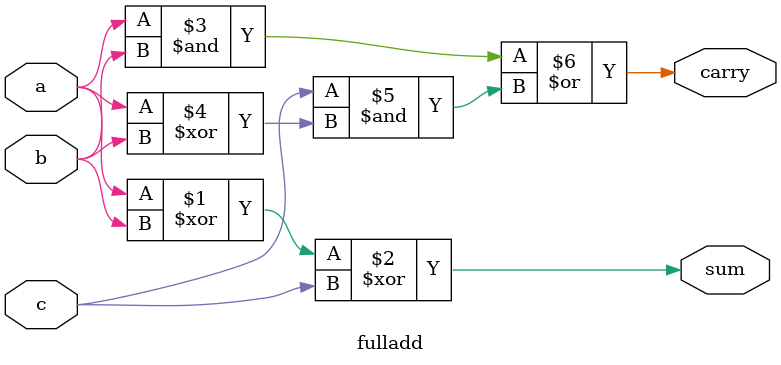
<source format=v>
module fulladd(input a,b,c,output sum,carry);
wire w;
   assign sum=(a^b^c);
   assign carry=((a&b)|(c &(a^b)));
endmodule
</source>
